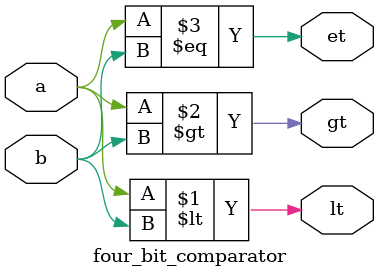
<source format=v>
module	four_bit_comparator(
input a,b,
output lt,gt,et
);

assign lt=(a<b);
assign gt=(a>b);
assign et=(a==b);

endmodule

</source>
